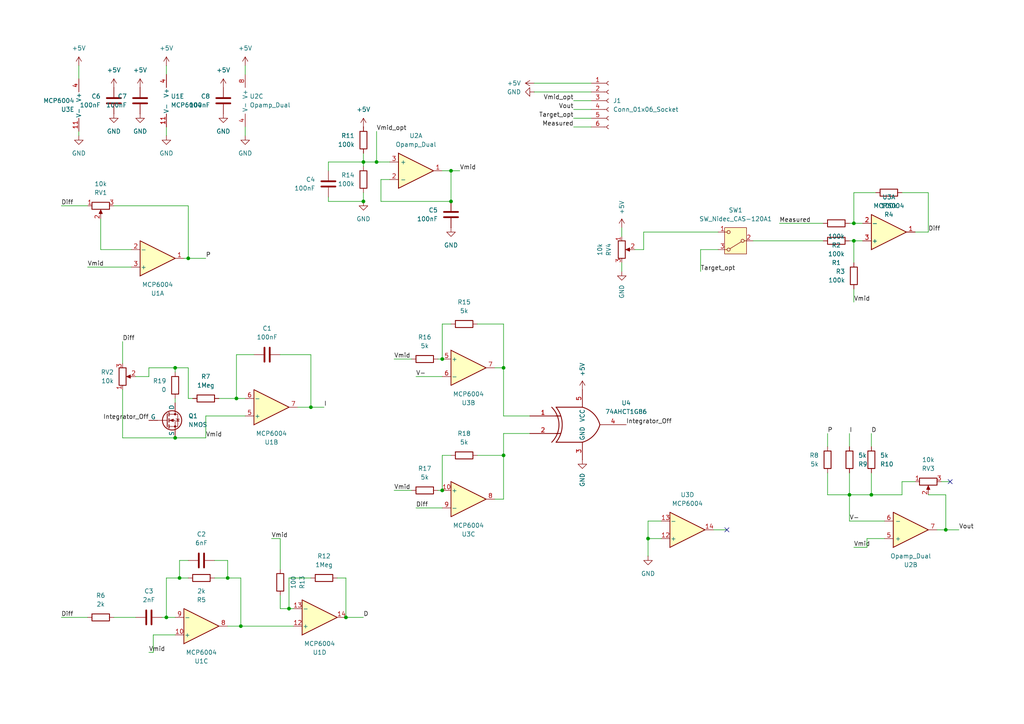
<source format=kicad_sch>
(kicad_sch (version 20231120) (generator "eeschema") (generator_version "8.0")
  (paper "A4")
  (lib_symbols
    (symbol "74xGxx:74AHCT1G86"
      (property "Reference" "U" (at -2.54 3.81 0))
      (property "Value" "74AHCT1G86" (at 0 -3.81 0))
      (symbol "74AHCT1G86_0_1"
        (arc (start -8.89 -5.08) (mid -6.7858 0) (end -8.89 5.08) (stroke (width 0.254)))
        (arc (start -7.62 -5.08) (mid -5.838 0) (end -7.62 5.08) (stroke (width 0.254)))
        (arc (start 0 -5.08) (mid 3.1986 -3.2054) (end 5.08 0) (stroke (width 0.254)))
        (polyline (pts (xy -7.62 -2.54) (xy -6.35 -2.54)) (stroke (width 0.254)) (fill (type background)))
        (polyline (pts (xy -7.62 2.54) (xy -6.35 2.54)) (stroke (width 0.254)) (fill (type background)))
        (polyline (pts (xy 0 -5.08) (xy -7.62 -5.08)) (stroke (width 0.254)) (fill (type background)))
        (polyline (pts (xy 0 5.08) (xy -7.62 5.08)) (stroke (width 0.254)) (fill (type background)))
        (arc (start 5.08 0) (mid 3.2238 3.2304) (end 0 5.08) (stroke (width 0.254)))
      )
      (symbol "74AHCT1G86_1_1"
        (pin input line (at -15.24 2.54 0) (length 7.62) (name "~") (number "1"))
        (pin input line (at -15.24 -2.54 0) (length 7.62) (name "~") (number "2"))
        (pin power_in line (at 0 -10.16 90) (length 5.08) (name "GND") (number "3"))
        (pin output line (at 12.7 0 180) (length 7.62) (name "~") (number "4"))
        (pin power_in line (at 0 10.16 270) (length 5.08) (name "VCC") (number "5"))
      )
    )
    (symbol "Amplifier_Operational:MCP6004" (pin_names (offset 0.127))
      (property "Reference" "U" (at 0 5.08 0))
      (property "Value" "MCP6004" (at 0 -5.08 0))
      (symbol "MCP6004_1_1"
        (polyline (pts (xy -5.08 5.08) (xy 5.08 0) (xy -5.08 -5.08) (xy -5.08 5.08)) (stroke (width 0.254)) (fill (type background)))
        (pin output line (at 7.62 0 180) (length 2.54) (name "~") (number "1"))
        (pin input line (at -7.62 -2.54 0) (length 2.54) (name "-") (number "2"))
        (pin input line (at -7.62 2.54 0) (length 2.54) (name "+") (number "3"))
      )
      (symbol "MCP6004_2_1"
        (polyline (pts (xy -5.08 5.08) (xy 5.08 0) (xy -5.08 -5.08) (xy -5.08 5.08)) (stroke (width 0.254)) (fill (type background)))
        (pin input line (at -7.62 2.54 0) (length 2.54) (name "+") (number "5"))
        (pin input line (at -7.62 -2.54 0) (length 2.54) (name "-") (number "6"))
        (pin output line (at 7.62 0 180) (length 2.54) (name "~") (number "7"))
      )
      (symbol "MCP6004_3_1"
        (polyline (pts (xy -5.08 5.08) (xy 5.08 0) (xy -5.08 -5.08) (xy -5.08 5.08)) (stroke (width 0.254)) (fill (type background)))
        (pin input line (at -7.62 2.54 0) (length 2.54) (name "+") (number "10"))
        (pin output line (at 7.62 0 180) (length 2.54) (name "~") (number "8"))
        (pin input line (at -7.62 -2.54 0) (length 2.54) (name "-") (number "9"))
      )
      (symbol "MCP6004_4_1"
        (polyline (pts (xy -5.08 5.08) (xy 5.08 0) (xy -5.08 -5.08) (xy -5.08 5.08)) (stroke (width 0.254)) (fill (type background)))
        (pin input line (at -7.62 2.54 0) (length 2.54) (name "+") (number "12"))
        (pin input line (at -7.62 -2.54 0) (length 2.54) (name "-") (number "13"))
        (pin output line (at 7.62 0 180) (length 2.54) (name "~") (number "14"))
      )
      (symbol "MCP6004_5_1"
        (pin power_in line (at -2.54 -7.62 90) (length 3.81) (name "V-") (number "11"))
        (pin power_in line (at -2.54 7.62 270) (length 3.81) (name "V+") (number "4"))
      )
    )
    (symbol "Connector:Conn_01x06_Socket" (pin_names (offset 1.016) hide)
      (property "Reference" "J" (at 0 7.62 0))
      (property "Value" "Conn_01x06_Socket" (at 0 -10.16 0))
      (symbol "Conn_01x06_Socket_1_1"
        (arc (start 0 -7.112) (mid -0.5058 -7.62) (end 0 -8.128) (stroke (width 0.1524)))
        (arc (start 0 -4.572) (mid -0.5058 -5.08) (end 0 -5.588) (stroke (width 0.1524)))
        (arc (start 0 -2.032) (mid -0.5058 -2.54) (end 0 -3.048) (stroke (width 0.1524)))
        (polyline (pts (xy -1.27 -7.62) (xy -0.508 -7.62)) (stroke (width 0.1524)))
        (polyline (pts (xy -1.27 -5.08) (xy -0.508 -5.08)) (stroke (width 0.1524)))
        (polyline (pts (xy -1.27 -2.54) (xy -0.508 -2.54)) (stroke (width 0.1524)))
        (polyline (pts (xy -1.27 0) (xy -0.508 0)) (stroke (width 0.1524)))
        (polyline (pts (xy -1.27 2.54) (xy -0.508 2.54)) (stroke (width 0.1524)))
        (polyline (pts (xy -1.27 5.08) (xy -0.508 5.08)) (stroke (width 0.1524)))
        (arc (start 0 0.508) (mid -0.5058 0) (end 0 -0.508) (stroke (width 0.1524)))
        (arc (start 0 3.048) (mid -0.5058 2.54) (end 0 2.032) (stroke (width 0.1524)))
        (arc (start 0 5.588) (mid -0.5058 5.08) (end 0 4.572) (stroke (width 0.1524)))
        (pin passive line (at -5.08 5.08 0) (length 3.81) (name "Pin_1") (number "1"))
        (pin passive line (at -5.08 2.54 0) (length 3.81) (name "Pin_2") (number "2"))
        (pin passive line (at -5.08 0 0) (length 3.81) (name "Pin_3") (number "3"))
        (pin passive line (at -5.08 -2.54 0) (length 3.81) (name "Pin_4") (number "4"))
        (pin passive line (at -5.08 -5.08 0) (length 3.81) (name "Pin_5") (number "5"))
        (pin passive line (at -5.08 -7.62 0) (length 3.81) (name "Pin_6") (number "6"))
      )
    )
    (symbol "Device:C" (pin_numbers hide) (pin_names (offset 0.254))
      (property "Reference" "C" (at 0.635 2.54 0))
      (property "Value" "C" (at 0.635 -2.54 0))
      (symbol "C_0_1"
        (polyline (pts (xy -2.032 -0.762) (xy 2.032 -0.762)) (stroke (width 0.508)))
        (polyline (pts (xy -2.032 0.762) (xy 2.032 0.762)) (stroke (width 0.508)))
      )
      (symbol "C_1_1"
        (pin passive line (at 0 3.81 270) (length 2.794) (name "~") (number "1"))
        (pin passive line (at 0 -3.81 90) (length 2.794) (name "~") (number "2"))
      )
    )
    (symbol "Device:Opamp_Dual"
      (property "Reference" "U" (at 0 5.08 0))
      (property "Value" "Opamp_Dual" (at 0 -5.08 0))
      (symbol "Opamp_Dual_1_1"
        (polyline (pts (xy -5.08 5.08) (xy 5.08 0) (xy -5.08 -5.08) (xy -5.08 5.08)) (stroke (width 0.254)) (fill (type background)))
        (pin output line (at 7.62 0 180) (length 2.54) (name "~") (number "1"))
        (pin input line (at -7.62 -2.54 0) (length 2.54) (name "-") (number "2"))
        (pin input line (at -7.62 2.54 0) (length 2.54) (name "+") (number "3"))
      )
      (symbol "Opamp_Dual_2_1"
        (polyline (pts (xy -5.08 5.08) (xy 5.08 0) (xy -5.08 -5.08) (xy -5.08 5.08)) (stroke (width 0.254)) (fill (type background)))
        (pin input line (at -7.62 2.54 0) (length 2.54) (name "+") (number "5"))
        (pin input line (at -7.62 -2.54 0) (length 2.54) (name "-") (number "6"))
        (pin output line (at 7.62 0 180) (length 2.54) (name "~") (number "7"))
      )
      (symbol "Opamp_Dual_3_1"
        (pin power_in line (at -2.54 -7.62 90) (length 3.81) (name "V-") (number "4"))
        (pin power_in line (at -2.54 7.62 270) (length 3.81) (name "V+") (number "8"))
      )
    )
    (symbol "Device:R" (pin_numbers hide) (pin_names (offset 0))
      (property "Reference" "R" (at 2.032 0 90))
      (property "Value" "R" (at 0 0 90))
      (symbol "R_0_1"
        (rectangle (start -1.016 -2.54) (end 1.016 2.54) (stroke (width 0.254)))
      )
      (symbol "R_1_1"
        (pin passive line (at 0 3.81 270) (length 1.27) (name "~") (number "1"))
        (pin passive line (at 0 -3.81 90) (length 1.27) (name "~") (number "2"))
      )
    )
    (symbol "Device:R_Potentiometer" (pin_names (offset 1.016) hide)
      (property "Reference" "RV" (at -4.445 0 90))
      (property "Value" "R_Potentiometer" (at -2.54 0 90))
      (symbol "R_Potentiometer_0_1"
        (polyline (pts (xy 2.54 0) (xy 1.524 0)))
        (polyline (pts (xy 1.143 0) (xy 2.286 0.508) (xy 2.286 -0.508) (xy 1.143 0)) (fill (type outline)))
        (rectangle (start 1.016 2.54) (end -1.016 -2.54) (stroke (width 0.254)))
      )
      (symbol "R_Potentiometer_1_1"
        (pin passive line (at 0 3.81 270) (length 1.27) (name "1") (number "1"))
        (pin passive line (at 3.81 0 180) (length 1.27) (name "2") (number "2"))
        (pin passive line (at 0 -3.81 90) (length 1.27) (name "3") (number "3"))
      )
    )
    (symbol "Simulation_SPICE:NMOS" (pin_numbers hide) (pin_names (offset 0))
      (property "Reference" "Q" (at 5.08 1.27 0))
      (property "Value" "NMOS" (at 5.08 -1.27 0))
      (symbol "NMOS_0_1"
        (polyline (pts (xy 0.254 0) (xy -2.54 0)))
        (polyline (pts (xy 0.254 1.905) (xy 0.254 -1.905)) (stroke (width 0.254)))
        (polyline (pts (xy 0.762 -1.27) (xy 0.762 -2.286)) (stroke (width 0.254)))
        (polyline (pts (xy 0.762 0.508) (xy 0.762 -0.508)) (stroke (width 0.254)))
        (polyline (pts (xy 0.762 2.286) (xy 0.762 1.27)) (stroke (width 0.254)))
        (polyline (pts (xy 2.54 2.54) (xy 2.54 1.778)))
        (polyline (pts (xy 2.54 -2.54) (xy 2.54 0) (xy 0.762 0)))
        (polyline (pts (xy 0.762 -1.778) (xy 3.302 -1.778) (xy 3.302 1.778) (xy 0.762 1.778)))
        (polyline (pts (xy 1.016 0) (xy 2.032 0.381) (xy 2.032 -0.381) (xy 1.016 0)) (fill (type outline)))
        (polyline (pts (xy 2.794 0.508) (xy 2.921 0.381) (xy 3.683 0.381) (xy 3.81 0.254)))
        (polyline (pts (xy 3.302 0.381) (xy 2.921 -0.254) (xy 3.683 -0.254) (xy 3.302 0.381)))
        (circle (center 1.651 0) (radius 2.794) (stroke (width 0.254)))
        (circle (center 2.54 -1.778) (radius 0.254) (fill (type outline)))
        (circle (center 2.54 1.778) (radius 0.254) (fill (type outline)))
      )
      (symbol "NMOS_1_1"
        (pin passive line (at 2.54 5.08 270) (length 2.54) (name "D") (number "1"))
        (pin input line (at -5.08 0 0) (length 2.54) (name "G") (number "2"))
        (pin passive line (at 2.54 -5.08 90) (length 2.54) (name "S") (number "3"))
      )
    )
    (symbol "Switch:SW_Nidec_CAS-120A1" (pin_names (offset 1) hide)
      (property "Reference" "SW" (at 0 4.318 0))
      (property "Value" "SW_Nidec_CAS-120A1" (at 0 -5.08 0))
      (symbol "SW_Nidec_CAS-120A1_0_1"
        (circle (center -2.032 0) (radius 0.4572))
        (polyline (pts (xy -1.651 0.254) (xy 1.651 2.286)))
        (circle (center 2.032 -2.54) (radius 0.4572))
        (circle (center 2.032 2.54) (radius 0.4572))
      )
      (symbol "SW_Nidec_CAS-120A1_1_1"
        (rectangle (start -3.175 3.81) (end 3.175 -3.81) (fill (type background)))
        (pin passive line (at 5.08 -2.54 180) (length 2.54) (name "C") (number "1"))
        (pin passive line (at -5.08 0 0) (length 2.54) (name "B") (number "2"))
        (pin passive line (at 5.08 2.54 180) (length 2.54) (name "A") (number "3"))
      )
    )
    (symbol "power:+5V" (power) (pin_numbers hide) (pin_names (offset 0) hide)
      (property "Value" "+5V" (at 0 3.556 0))
      (symbol "+5V_0_1"
        (polyline (pts (xy -0.762 1.27) (xy 0 2.54)))
        (polyline (pts (xy 0 0) (xy 0 2.54)))
        (polyline (pts (xy 0 2.54) (xy 0.762 1.27)))
      )
      (symbol "+5V_1_1"
        (pin power_in line (at 0 0 90) (length 0) (name "~") (number "1"))
      )
    )
    (symbol "power:GND" (power) (pin_numbers hide) (pin_names (offset 0) hide)
      (property "Value" "GND" (at 0 -3.81 0))
      (symbol "GND_0_1"
        (polyline (pts (xy 0 0) (xy 0 -1.27) (xy 1.27 -1.27) (xy 0 -2.54) (xy -1.27 -1.27) (xy 0 -1.27)))
      )
      (symbol "GND_1_1"
        (pin power_in line (at 0 0 270) (length 0) (name "~") (number "1"))
      )
    )
  )
  (junction (at 252.73 143.51))
  (junction (at 146.05 132.08))
  (junction (at 247.65 69.85))
  (junction (at 130.81 58.42))
  (junction (at 246.38 143.51))
  (junction (at 128.27 104.14))
  (junction (at 50.8 127))
  (junction (at 66.04 167.64))
  (junction (at 48.26 179.07))
  (junction (at 130.81 49.53))
  (junction (at 69.85 181.61))
  (junction (at 105.41 46.99))
  (junction (at 187.96 156.21))
  (junction (at 50.8 106.68))
  (junction (at 274.32 153.67))
  (junction (at 146.05 106.68))
  (junction (at 68.58 115.57))
  (junction (at 90.17 118.11))
  (junction (at 83.82 176.53))
  (junction (at 109.22 46.99))
  (junction (at 128.27 142.24))
  (junction (at 100.33 179.07))
  (junction (at 54.61 74.93))
  (junction (at 105.41 58.42))
  (junction (at 52.07 167.64))
  (junction (at 247.65 64.77))
  (no_connect (at 210.82 153.67))
  (no_connect (at 275.59 139.7))
  (wire (pts (xy 69.85 167.64) (xy 69.85 181.61)))
  (wire (pts (xy 203.2 72.39) (xy 203.2 78.74)))
  (wire (pts (xy 35.56 127) (xy 50.8 127)))
  (wire (pts (xy 71.12 19.05) (xy 71.12 21.59)))
  (wire (pts (xy 66.04 162.56) (xy 66.04 167.64)))
  (wire (pts (xy 273.05 139.7) (xy 275.59 139.7)))
  (wire (pts (xy 43.18 106.68) (xy 50.8 106.68)))
  (wire (pts (xy 33.02 179.07) (xy 39.37 179.07)))
  (wire (pts (xy 95.25 57.15) (xy 95.25 58.42)))
  (wire (pts (xy 100.33 179.07) (xy 105.41 179.07)))
  (wire (pts (xy 83.82 176.53) (xy 83.82 167.64)))
  (wire (pts (xy 187.96 156.21) (xy 191.77 156.21)))
  (wire (pts (xy 180.34 76.2) (xy 180.34 78.74)))
  (wire (pts (xy 180.34 66.04) (xy 180.34 68.58)))
  (wire (pts (xy 274.32 153.67) (xy 278.13 153.67)))
  (wire (pts (xy 44.45 184.15) (xy 44.45 189.23)))
  (wire (pts (xy 252.73 143.51) (xy 261.62 143.51)))
  (wire (pts (xy 130.81 49.53) (xy 133.35 49.53)))
  (wire (pts (xy 95.25 46.99) (xy 105.41 46.99)))
  (wire (pts (xy 114.3 104.14) (xy 119.38 104.14)))
  (wire (pts (xy 166.37 34.29) (xy 171.45 34.29)))
  (wire (pts (xy 59.69 127) (xy 59.69 120.65)))
  (wire (pts (xy 39.37 109.22) (xy 43.18 109.22)))
  (wire (pts (xy 50.8 106.68) (xy 50.8 107.95)))
  (wire (pts (xy 128.27 49.53) (xy 130.81 49.53)))
  (wire (pts (xy 25.4 77.47) (xy 38.1 77.47)))
  (wire (pts (xy 261.62 139.7) (xy 261.62 143.51)))
  (wire (pts (xy 81.28 165.1) (xy 81.28 156.21)))
  (wire (pts (xy 22.86 38.1) (xy 22.86 39.37)))
  (wire (pts (xy 48.26 36.83) (xy 48.26 39.37)))
  (wire (pts (xy 63.5 115.57) (xy 68.58 115.57)))
  (wire (pts (xy 274.32 143.51) (xy 274.32 153.67)))
  (wire (pts (xy 66.04 167.64) (xy 69.85 167.64)))
  (wire (pts (xy 109.22 46.99) (xy 113.03 46.99)))
  (wire (pts (xy 138.43 132.08) (xy 146.05 132.08)))
  (wire (pts (xy 146.05 120.65) (xy 153.67 120.65)))
  (wire (pts (xy 105.41 46.99) (xy 105.41 48.26)))
  (wire (pts (xy 90.17 118.11) (xy 86.36 118.11)))
  (wire (pts (xy 184.15 72.39) (xy 186.69 72.39)))
  (wire (pts (xy 271.78 153.67) (xy 274.32 153.67)))
  (wire (pts (xy 68.58 115.57) (xy 68.58 102.87)))
  (wire (pts (xy 256.54 156.21) (xy 251.46 156.21)))
  (wire (pts (xy 69.85 181.61) (xy 85.09 181.61)))
  (wire (pts (xy 186.69 67.31) (xy 186.69 72.39)))
  (wire (pts (xy 226.06 64.77) (xy 238.76 64.77)))
  (wire (pts (xy 62.23 167.64) (xy 66.04 167.64)))
  (wire (pts (xy 247.65 87.63) (xy 247.65 83.82)))
  (wire (pts (xy 113.03 52.07) (xy 110.49 52.07)))
  (wire (pts (xy 154.94 24.13) (xy 171.45 24.13)))
  (wire (pts (xy 48.26 19.05) (xy 48.26 21.59)))
  (wire (pts (xy 54.61 74.93) (xy 59.69 74.93)))
  (wire (pts (xy 43.18 109.22) (xy 43.18 106.68)))
  (wire (pts (xy 240.03 137.16) (xy 240.03 143.51)))
  (wire (pts (xy 71.12 36.83) (xy 71.12 39.37)))
  (wire (pts (xy 247.65 69.85) (xy 250.19 69.85)))
  (wire (pts (xy 128.27 93.98) (xy 130.81 93.98)))
  (wire (pts (xy 208.28 67.31) (xy 186.69 67.31)))
  (wire (pts (xy 128.27 142.24) (xy 128.27 132.08)))
  (wire (pts (xy 240.03 125.73) (xy 240.03 129.54)))
  (wire (pts (xy 66.04 181.61) (xy 69.85 181.61)))
  (wire (pts (xy 81.28 102.87) (xy 90.17 102.87)))
  (wire (pts (xy 128.27 132.08) (xy 130.81 132.08)))
  (wire (pts (xy 62.23 162.56) (xy 66.04 162.56)))
  (wire (pts (xy 54.61 106.68) (xy 54.61 115.57)))
  (wire (pts (xy 246.38 151.13) (xy 256.54 151.13)))
  (wire (pts (xy 269.24 143.51) (xy 274.32 143.51)))
  (wire (pts (xy 68.58 115.57) (xy 71.12 115.57)))
  (wire (pts (xy 59.69 120.65) (xy 71.12 120.65)))
  (wire (pts (xy 52.07 162.56) (xy 54.61 162.56)))
  (wire (pts (xy 81.28 176.53) (xy 81.28 172.72)))
  (wire (pts (xy 218.44 69.85) (xy 238.76 69.85)))
  (wire (pts (xy 50.8 115.57) (xy 50.8 116.84)))
  (wire (pts (xy 29.21 63.5) (xy 29.21 72.39)))
  (wire (pts (xy 146.05 125.73) (xy 153.67 125.73)))
  (wire (pts (xy 146.05 106.68) (xy 146.05 120.65)))
  (wire (pts (xy 83.82 167.64) (xy 90.17 167.64)))
  (wire (pts (xy 110.49 58.42) (xy 130.81 58.42)))
  (wire (pts (xy 127 142.24) (xy 128.27 142.24)))
  (wire (pts (xy 247.65 64.77) (xy 247.65 55.88)))
  (wire (pts (xy 166.37 29.21) (xy 171.45 29.21)))
  (wire (pts (xy 240.03 143.51) (xy 246.38 143.51)))
  (wire (pts (xy 269.24 67.31) (xy 265.43 67.31)))
  (wire (pts (xy 114.3 142.24) (xy 119.38 142.24)))
  (wire (pts (xy 247.65 64.77) (xy 250.19 64.77)))
  (wire (pts (xy 187.96 161.29) (xy 187.96 156.21)))
  (wire (pts (xy 146.05 93.98) (xy 146.05 106.68)))
  (wire (pts (xy 130.81 58.42) (xy 130.81 49.53)))
  (wire (pts (xy 187.96 151.13) (xy 191.77 151.13)))
  (wire (pts (xy 246.38 125.73) (xy 246.38 129.54)))
  (wire (pts (xy 154.94 26.67) (xy 171.45 26.67)))
  (wire (pts (xy 203.2 72.39) (xy 208.28 72.39)))
  (wire (pts (xy 54.61 59.69) (xy 54.61 74.93)))
  (wire (pts (xy 265.43 139.7) (xy 261.62 139.7)))
  (wire (pts (xy 29.21 72.39) (xy 38.1 72.39)))
  (wire (pts (xy 95.25 46.99) (xy 95.25 49.53)))
  (wire (pts (xy 127 104.14) (xy 128.27 104.14)))
  (wire (pts (xy 138.43 93.98) (xy 146.05 93.98)))
  (wire (pts (xy 246.38 64.77) (xy 247.65 64.77)))
  (wire (pts (xy 207.01 153.67) (xy 210.82 153.67)))
  (wire (pts (xy 50.8 184.15) (xy 44.45 184.15)))
  (wire (pts (xy 252.73 137.16) (xy 252.73 143.51)))
  (wire (pts (xy 246.38 143.51) (xy 252.73 143.51)))
  (wire (pts (xy 247.65 55.88) (xy 254 55.88)))
  (wire (pts (xy 120.65 109.22) (xy 128.27 109.22)))
  (wire (pts (xy 53.34 74.93) (xy 54.61 74.93)))
  (wire (pts (xy 50.8 127) (xy 59.69 127)))
  (wire (pts (xy 143.51 144.78) (xy 146.05 144.78)))
  (wire (pts (xy 128.27 104.14) (xy 128.27 93.98)))
  (wire (pts (xy 54.61 115.57) (xy 55.88 115.57)))
  (wire (pts (xy 81.28 156.21) (xy 78.74 156.21)))
  (wire (pts (xy 35.56 99.06) (xy 35.56 105.41)))
  (wire (pts (xy 90.17 118.11) (xy 93.98 118.11)))
  (wire (pts (xy 252.73 125.73) (xy 252.73 129.54)))
  (wire (pts (xy 52.07 167.64) (xy 52.07 162.56)))
  (wire (pts (xy 46.99 179.07) (xy 48.26 179.07)))
  (wire (pts (xy 33.02 59.69) (xy 54.61 59.69)))
  (wire (pts (xy 35.56 113.03) (xy 35.56 127)))
  (wire (pts (xy 146.05 132.08) (xy 146.05 125.73)))
  (wire (pts (xy 105.41 55.88) (xy 105.41 58.42)))
  (wire (pts (xy 48.26 179.07) (xy 50.8 179.07)))
  (wire (pts (xy 246.38 69.85) (xy 247.65 69.85)))
  (wire (pts (xy 246.38 143.51) (xy 246.38 151.13)))
  (wire (pts (xy 120.65 147.32) (xy 128.27 147.32)))
  (wire (pts (xy 247.65 158.75) (xy 251.46 158.75)))
  (wire (pts (xy 105.41 46.99) (xy 109.22 46.99)))
  (wire (pts (xy 166.37 36.83) (xy 171.45 36.83)))
  (wire (pts (xy 52.07 167.64) (xy 54.61 167.64)))
  (wire (pts (xy 187.96 156.21) (xy 187.96 151.13)))
  (wire (pts (xy 166.37 31.75) (xy 171.45 31.75)))
  (wire (pts (xy 17.78 59.69) (xy 25.4 59.69)))
  (wire (pts (xy 83.82 176.53) (xy 81.28 176.53)))
  (wire (pts (xy 143.51 106.68) (xy 146.05 106.68)))
  (wire (pts (xy 48.26 179.07) (xy 48.26 167.64)))
  (wire (pts (xy 95.25 58.42) (xy 105.41 58.42)))
  (wire (pts (xy 97.79 167.64) (xy 100.33 167.64)))
  (wire (pts (xy 269.24 55.88) (xy 269.24 67.31)))
  (wire (pts (xy 48.26 167.64) (xy 52.07 167.64)))
  (wire (pts (xy 251.46 156.21) (xy 251.46 158.75)))
  (wire (pts (xy 90.17 102.87) (xy 90.17 118.11)))
  (wire (pts (xy 110.49 52.07) (xy 110.49 58.42)))
  (wire (pts (xy 105.41 44.45) (xy 105.41 46.99)))
  (wire (pts (xy 17.78 179.07) (xy 25.4 179.07)))
  (wire (pts (xy 247.65 76.2) (xy 247.65 69.85)))
  (wire (pts (xy 246.38 137.16) (xy 246.38 143.51)))
  (wire (pts (xy 85.09 176.53) (xy 83.82 176.53)))
  (wire (pts (xy 43.18 189.23) (xy 44.45 189.23)))
  (wire (pts (xy 100.33 167.64) (xy 100.33 179.07)))
  (wire (pts (xy 68.58 102.87) (xy 73.66 102.87)))
  (wire (pts (xy 109.22 38.1) (xy 109.22 46.99)))
  (wire (pts (xy 261.62 55.88) (xy 269.24 55.88)))
  (wire (pts (xy 146.05 132.08) (xy 146.05 144.78)))
  (wire (pts (xy 50.8 106.68) (xy 54.61 106.68)))
  (wire (pts (xy 22.86 19.05) (xy 22.86 22.86)))
  (label "Vmid_opt" (at 109.22 38.1 0))
  (label "Diff" (at 120.65 147.32 0))
  (label "Vmid" (at 114.3 142.24 0))
  (label "Diff" (at 17.78 59.69 0))
  (label "I" (at 93.98 118.11 0))
  (label "Diff" (at 35.56 99.06 0))
  (label "Vmid" (at 78.74 156.21 0))
  (label "D" (at 105.41 179.07 0))
  (label "D" (at 252.73 125.73 0))
  (label "Measured" (at 226.06 64.77 0))
  (label "Target_opt" (at 166.37 34.29 180))
  (label "Vout" (at 278.13 153.67 0))
  (label "Diff" (at 17.78 179.07 0))
  (label "Vmid" (at 247.65 158.75 0))
  (label "Vmid" (at 43.18 189.23 0))
  (label "Vmid" (at 25.4 77.47 0))
  (label "Vout" (at 166.37 31.75 180))
  (label "Target_opt" (at 203.2 78.74 0))
  (label "I" (at 246.38 125.73 0))
  (label "Measured" (at 166.37 36.83 180))
  (label "P" (at 240.03 125.73 0))
  (label "Vmid" (at 133.35 49.53 0))
  (label "Integrator_Off" (at 181.61 123.19 0))
  (label "Vmid" (at 114.3 104.14 0))
  (label "V-" (at 120.65 109.22 0))
  (label "Vmid_opt" (at 166.37 29.21 180))
  (label "Integrator_Off" (at 43.18 121.92 180))
  (label "Vmid" (at 247.65 87.63 0))
  (label "V-" (at 246.38 151.13 0))
  (label "Diff" (at 269.24 67.31 0))
  (label "Vmid" (at 59.69 127 0))
  (label "P" (at 59.69 74.93 0))
  (symbol (lib_id "Connector:Conn_01x06_Socket") (at 176.53 29.21 0) (unit 1)
    (property "Reference" "J1" (at 177.8 29.2099 0) (effects (justify left)))
    (property "Value" "Conn_01x06_Socket" (at 177.8 31.7499 0) (effects (justify left)))
    (property "Description" "Generic connector, single row, 01x06, script generated" (effects (hide yes)))
  )
  (symbol (lib_id "Device:R_Potentiometer") (at 29.21 59.69 90) (mirror x) (unit 1)
    (property "Reference" "RV1" (at 29.21 55.88 90))
    (property "Value" "10k" (at 29.21 53.34 90))
    (property "Description" "Potentiometer" (effects (hide yes)))
  )
  (symbol (lib_id "Device:R") (at 123.19 142.24 90) (mirror x) (unit 1)
    (property "Reference" "R17" (at 123.19 135.89 90))
    (property "Value" "5k" (at 123.19 138.43 90))
    (property "Description" "Resistor" (effects (hide yes)))
  )
  (symbol (lib_id "Device:R") (at 105.41 52.07 0) (mirror x) (unit 1)
    (property "Reference" "R14" (at 102.87 50.7999 0) (effects (justify right)))
    (property "Value" "100k" (at 102.87 53.3399 0) (effects (justify right)))
    (property "Description" "Resistor" (effects (hide yes)))
  )
  (symbol (lib_id "power:GND") (at 187.96 161.29 0) (unit 1)
    (property "Reference" "#PWR016" (effects (hide yes)))
    (property "Value" "GND" (at 187.96 166.37 0))
    (property "Description" "Power symbol creates a global label with name \"GND\" , ground" (effects (hide yes)))
  )
  (symbol (lib_id "power:+5V") (at 105.41 36.83 0) (unit 1)
    (property "Reference" "#PWR07" (effects (hide yes)))
    (property "Value" "+5V" (at 105.41 31.75 0))
    (property "Description" "Power symbol creates a global label with name \"+5V\"" (effects (hide yes)))
  )
  (symbol (lib_id "Device:R") (at 242.57 64.77 90) (mirror x) (unit 1)
    (property "Reference" "R2" (at 242.57 71.12 90))
    (property "Value" "100k" (at 242.57 68.58 90))
    (property "Description" "Resistor" (effects (hide yes)))
  )
  (symbol (lib_id "Device:R") (at 29.21 179.07 90) (mirror x) (unit 1)
    (property "Reference" "R6" (at 29.21 172.72 90))
    (property "Value" "2k" (at 29.21 175.26 90))
    (property "Description" "Resistor" (effects (hide yes)))
  )
  (symbol (lib_id "Device:R_Potentiometer") (at 180.34 72.39 0) (unit 1)
    (property "Reference" "RV4" (at 176.53 72.39 90))
    (property "Value" "10k" (at 173.99 72.39 90))
    (property "Description" "Potentiometer" (effects (hide yes)))
  )
  (symbol (lib_id "Device:Opamp_Dual") (at 264.16 153.67 0) (mirror x) (unit 2)
    (property "Reference" "U2" (at 264.16 163.83 0))
    (property "Value" "Opamp_Dual" (at 264.16 161.29 0))
    (property "Footprint" "Package_SO:SOIC-8_3.9x4.9mm_P1.27mm" (effects (hide yes)))
    (property "Description" "Dual operational amplifier" (effects (hide yes)))
    (property "Sim.Library" "${KICAD7_SYMBOL_DIR}/Simulation_SPICE.sp" (effects (hide yes)))
    (property "Sim.Name" "kicad_builtin_opamp_dual" (effects (hide yes)))
    (property "Sim.Device" "SUBCKT" (effects (hide yes)))
    (property "Sim.Pins" "1=out1 2=in1- 3=in1+ 4=vee 5=in2+ 6=in2- 7=out2 8=vcc" (effects (hide yes)))
  )
  (symbol (lib_id "Amplifier_Operational:MCP6004") (at 92.71 179.07 0) (mirror x) (unit 4)
    (property "Reference" "U1" (at 92.71 189.23 0))
    (property "Value" "MCP6004" (at 92.71 186.69 0))
    (property "Datasheet" "http://ww1.microchip.com/downloads/en/DeviceDoc/21733j.pdf" (effects (hide yes)))
    (property "Description" "1MHz, Low-Power Op Amp, DIP-14/SOIC-14/TSSOP-14" (effects (hide yes)))
  )
  (symbol (lib_id "power:+5V") (at 64.77 25.4 0) (unit 1)
    (property "Reference" "#PWR019" (effects (hide yes)))
    (property "Value" "+5V" (at 64.77 20.32 0))
    (property "Description" "Power symbol creates a global label with name \"+5V\"" (effects (hide yes)))
  )
  (symbol (lib_id "power:GND") (at 71.12 39.37 0) (unit 1)
    (property "Reference" "#PWR02" (effects (hide yes)))
    (property "Value" "GND" (at 71.12 44.45 0))
    (property "Description" "Power symbol creates a global label with name \"GND\" , ground" (effects (hide yes)))
  )
  (symbol (lib_id "Device:R") (at 93.98 167.64 270) (mirror x) (unit 1)
    (property "Reference" "R12" (at 93.98 161.29 90))
    (property "Value" "1Meg" (at 93.98 163.83 90))
    (property "Description" "Resistor" (effects (hide yes)))
  )
  (symbol (lib_id "Amplifier_Operational:MCP6004") (at 45.72 74.93 0) (mirror x) (unit 1)
    (property "Reference" "U1" (at 45.72 85.09 0))
    (property "Value" "MCP6004" (at 45.72 82.55 0))
    (property "Datasheet" "http://ww1.microchip.com/downloads/en/DeviceDoc/21733j.pdf" (effects (hide yes)))
    (property "Description" "1MHz, Low-Power Op Amp, DIP-14/SOIC-14/TSSOP-14" (effects (hide yes)))
  )
  (symbol (lib_id "Device:Opamp_Dual") (at 120.65 49.53 0) (unit 1)
    (property "Reference" "U2" (at 120.65 39.37 0))
    (property "Value" "Opamp_Dual" (at 120.65 41.91 0))
    (property "Footprint" "Package_SO:SOIC-8_3.9x4.9mm_P1.27mm" (effects (hide yes)))
    (property "Description" "Dual operational amplifier" (effects (hide yes)))
    (property "Sim.Library" "${KICAD7_SYMBOL_DIR}/Simulation_SPICE.sp" (effects (hide yes)))
    (property "Sim.Name" "kicad_builtin_opamp_dual" (effects (hide yes)))
    (property "Sim.Device" "SUBCKT" (effects (hide yes)))
    (property "Sim.Pins" "1=out1 2=in1- 3=in1+ 4=vee 5=in2+ 6=in2- 7=out2 8=vcc" (effects (hide yes)))
  )
  (symbol (lib_id "power:GND") (at 105.41 58.42 0) (unit 1)
    (property "Reference" "#PWR08" (effects (hide yes)))
    (property "Value" "GND" (at 105.41 63.5 0))
    (property "Description" "Power symbol creates a global label with name \"GND\" , ground" (effects (hide yes)))
  )
  (symbol (lib_id "Device:R") (at 246.38 133.35 0) (mirror y) (unit 1)
    (property "Reference" "R9" (at 248.92 134.6201 0) (effects (justify right)))
    (property "Value" "5k" (at 248.92 132.0801 0) (effects (justify right)))
    (property "Description" "Resistor" (effects (hide yes)))
  )
  (symbol (lib_id "power:GND") (at 40.64 33.02 0) (unit 1)
    (property "Reference" "#PWR021" (effects (hide yes)))
    (property "Value" "GND" (at 40.64 38.1 0))
    (property "Description" "Power symbol creates a global label with name \"GND\" , ground" (effects (hide yes)))
  )
  (symbol (lib_id "Amplifier_Operational:MCP6004") (at 25.4 30.48 0) (unit 5)
    (property "Reference" "U3" (at 21.59 31.7501 0) (effects (justify right)))
    (property "Value" "MCP6004" (at 21.59 29.2101 0) (effects (justify right)))
    (property "Footprint" "Package_DIP:DIP-14_W7.62mm" (effects (hide yes)))
    (property "Datasheet" "http://ww1.microchip.com/downloads/en/DeviceDoc/21733j.pdf" (effects (hide yes)))
    (property "Description" "1MHz, Low-Power Op Amp, DIP-14/SOIC-14/TSSOP-14" (effects (hide yes)))
  )
  (symbol (lib_id "Switch:SW_Nidec_CAS-120A1") (at 213.36 69.85 180) (unit 1)
    (property "Reference" "SW1" (at 213.36 60.96 0))
    (property "Value" "SW_Nidec_CAS-120A1" (at 213.36 63.5 0))
    (property "Footprint" "Button_Switch_SMD:Nidec_Copal_CAS-120A" (effects (hide yes)))
    (property "Datasheet" "https://www.nidec-components.com/e/catalog/switch/cas.pdf" (effects (hide yes)))
    (property "Description" "Switch, single pole double throw" (effects (hide yes)))
  )
  (symbol (lib_id "Device:R") (at 252.73 133.35 0) (mirror y) (unit 1)
    (property "Reference" "R10" (at 255.27 134.6201 0) (effects (justify right)))
    (property "Value" "5k" (at 255.27 132.0801 0) (effects (justify right)))
    (property "Description" "Resistor" (effects (hide yes)))
  )
  (symbol (lib_id "Amplifier_Operational:MCP6004") (at 78.74 118.11 0) (mirror x) (unit 2)
    (property "Reference" "U1" (at 78.74 128.27 0))
    (property "Value" "MCP6004" (at 78.74 125.73 0))
    (property "Datasheet" "http://ww1.microchip.com/downloads/en/DeviceDoc/21733j.pdf" (effects (hide yes)))
    (property "Description" "1MHz, Low-Power Op Amp, DIP-14/SOIC-14/TSSOP-14" (effects (hide yes)))
  )
  (symbol (lib_id "power:+5V") (at 33.02 25.4 0) (unit 1)
    (property "Reference" "#PWR017" (effects (hide yes)))
    (property "Value" "+5V" (at 33.02 20.32 0))
    (property "Description" "Power symbol creates a global label with name \"+5V\"" (effects (hide yes)))
  )
  (symbol (lib_id "Device:R_Potentiometer") (at 35.56 109.22 0) (mirror x) (unit 1)
    (property "Reference" "RV2" (at 33.02 107.9499 0) (effects (justify right)))
    (property "Value" "10k" (at 33.02 110.4899 0) (effects (justify right)))
    (property "Description" "Potentiometer" (effects (hide yes)))
  )
  (symbol (lib_id "Device:R") (at 134.62 132.08 90) (mirror x) (unit 1)
    (property "Reference" "R18" (at 134.62 125.73 90))
    (property "Value" "5k" (at 134.62 128.27 90))
    (property "Description" "Resistor" (effects (hide yes)))
  )
  (symbol (lib_id "Device:R") (at 134.62 93.98 90) (mirror x) (unit 1)
    (property "Reference" "R15" (at 134.62 87.63 90))
    (property "Value" "5k" (at 134.62 90.17 90))
    (property "Description" "Resistor" (effects (hide yes)))
  )
  (symbol (lib_id "Device:C") (at 43.18 179.07 90) (unit 1)
    (property "Reference" "C3" (at 43.18 171.45 90))
    (property "Value" "2nF" (at 43.18 173.99 90))
    (property "Description" "Unpolarized capacitor" (effects (hide yes)))
  )
  (symbol (lib_id "power:GND") (at 154.94 26.67 270) (unit 1)
    (property "Reference" "#PWR06" (effects (hide yes)))
    (property "Value" "GND" (at 151.13 26.6699 90) (effects (justify right)))
    (property "Description" "Power symbol creates a global label with name \"GND\" , ground" (effects (hide yes)))
  )
  (symbol (lib_id "Device:R") (at 247.65 80.01 0) (mirror x) (unit 1)
    (property "Reference" "R3" (at 245.11 78.7399 0) (effects (justify right)))
    (property "Value" "100k" (at 245.11 81.2799 0) (effects (justify right)))
    (property "Description" "Resistor" (effects (hide yes)))
  )
  (symbol (lib_id "74xGxx:74AHCT1G86") (at 168.91 123.19 0) (unit 1)
    (property "Reference" "U4" (at 181.61 116.8714 0))
    (property "Value" "74AHCT1G86" (at 181.61 119.4114 0))
    (property "Datasheet" "http://www.ti.com/lit/sg/scyt129e/scyt129e.pdf" (effects (hide yes)))
    (property "Description" "Single XOR Gate, Low-Voltage CMOS" (effects (hide yes)))
  )
  (symbol (lib_id "Device:C") (at 130.81 62.23 0) (mirror y) (unit 1)
    (property "Reference" "C5" (at 127 60.9599 0) (effects (justify left)))
    (property "Value" "100nF" (at 127 63.4999 0) (effects (justify left)))
    (property "Description" "Unpolarized capacitor" (effects (hide yes)))
  )
  (symbol (lib_id "power:GND") (at 33.02 33.02 0) (unit 1)
    (property "Reference" "#PWR022" (effects (hide yes)))
    (property "Value" "GND" (at 33.02 38.1 0))
    (property "Description" "Power symbol creates a global label with name \"GND\" , ground" (effects (hide yes)))
  )
  (symbol (lib_id "Amplifier_Operational:MCP6004") (at 257.81 67.31 0) (mirror x) (unit 1)
    (property "Reference" "U3" (at 257.81 57.15 0))
    (property "Value" "MCP6004" (at 257.81 59.69 0))
    (property "Footprint" "Package_DIP:DIP-14_W7.62mm" (effects (hide yes)))
    (property "Datasheet" "http://ww1.microchip.com/downloads/en/DeviceDoc/21733j.pdf" (effects (hide yes)))
    (property "Description" "1MHz, Low-Power Op Amp, DIP-14/SOIC-14/TSSOP-14" (effects (hide yes)))
  )
  (symbol (lib_id "power:GND") (at 48.26 39.37 0) (unit 1)
    (property "Reference" "#PWR01" (effects (hide yes)))
    (property "Value" "GND" (at 48.26 44.45 0))
    (property "Description" "Power symbol creates a global label with name \"GND\" , ground" (effects (hide yes)))
  )
  (symbol (lib_id "power:GND") (at 180.34 78.74 0) (mirror y) (unit 1)
    (property "Reference" "#PWR012" (effects (hide yes)))
    (property "Value" "GND" (at 180.3399 82.55 90) (effects (justify right)))
    (property "Description" "Power symbol creates a global label with name \"GND\" , ground" (effects (hide yes)))
  )
  (symbol (lib_id "Simulation_SPICE:NMOS") (at 48.26 121.92 0) (unit 1)
    (property "Reference" "Q1" (at 54.61 120.6499 0) (effects (justify left)))
    (property "Value" "NMOS" (at 54.61 123.1899 0) (effects (justify left)))
    (property "Datasheet" "https://ngspice.sourceforge.io/docs/ngspice-html-manual/manual.xhtml#cha_MOSFETs" (effects (hide yes)))
    (property "Description" "N-MOSFET transistor, drain/source/gate" (effects (hide yes)))
    (property "Sim.Device" "NMOS" (effects (hide yes)))
    (property "Sim.Type" "VDMOS" (effects (hide yes)))
    (property "Sim.Pins" "1=D 2=G 3=S" (effects (hide yes)))
  )
  (symbol (lib_id "Amplifier_Operational:MCP6004") (at 135.89 106.68 0) (unit 2)
    (property "Reference" "U3" (at 135.89 116.84 0))
    (property "Value" "MCP6004" (at 135.89 114.3 0))
    (property "Footprint" "Package_DIP:DIP-14_W7.62mm" (effects (hide yes)))
    (property "Datasheet" "http://ww1.microchip.com/downloads/en/DeviceDoc/21733j.pdf" (effects (hide yes)))
    (property "Description" "1MHz, Low-Power Op Amp, DIP-14/SOIC-14/TSSOP-14" (effects (hide yes)))
  )
  (symbol (lib_id "Device:C") (at 64.77 29.21 0) (mirror y) (unit 1)
    (property "Reference" "C8" (at 60.96 27.9399 0) (effects (justify left)))
    (property "Value" "100nF" (at 60.96 30.4799 0) (effects (justify left)))
    (property "Description" "Unpolarized capacitor" (effects (hide yes)))
  )
  (symbol (lib_id "power:GND") (at 168.91 133.35 0) (mirror y) (unit 1)
    (property "Reference" "#PWR013" (effects (hide yes)))
    (property "Value" "GND" (at 168.9099 137.16 90) (effects (justify right)))
    (property "Description" "Power symbol creates a global label with name \"GND\" , ground" (effects (hide yes)))
  )
  (symbol (lib_id "Amplifier_Operational:MCP6004") (at 135.89 144.78 0) (unit 3)
    (property "Reference" "U3" (at 135.89 154.94 0))
    (property "Value" "MCP6004" (at 135.89 152.4 0))
    (property "Footprint" "Package_DIP:DIP-14_W7.62mm" (effects (hide yes)))
    (property "Datasheet" "http://ww1.microchip.com/downloads/en/DeviceDoc/21733j.pdf" (effects (hide yes)))
    (property "Description" "1MHz, Low-Power Op Amp, DIP-14/SOIC-14/TSSOP-14" (effects (hide yes)))
  )
  (symbol (lib_id "Device:R") (at 105.41 40.64 0) (mirror x) (unit 1)
    (property "Reference" "R11" (at 102.87 39.3699 0) (effects (justify right)))
    (property "Value" "100k" (at 102.87 41.9099 0) (effects (justify right)))
    (property "Description" "Resistor" (effects (hide yes)))
  )
  (symbol (lib_id "Device:R") (at 81.28 168.91 180) (unit 1)
    (property "Reference" "R13" (at 87.63 168.91 90))
    (property "Value" "100" (at 85.09 168.91 90))
    (property "Description" "Resistor" (effects (hide yes)))
  )
  (symbol (lib_id "Amplifier_Operational:MCP6004") (at 199.39 153.67 0) (mirror x) (unit 4)
    (property "Reference" "U3" (at 199.39 143.51 0))
    (property "Value" "MCP6004" (at 199.39 146.05 0))
    (property "Footprint" "Package_DIP:DIP-14_W7.62mm" (effects (hide yes)))
    (property "Datasheet" "http://ww1.microchip.com/downloads/en/DeviceDoc/21733j.pdf" (effects (hide yes)))
    (property "Description" "1MHz, Low-Power Op Amp, DIP-14/SOIC-14/TSSOP-14" (effects (hide yes)))
  )
  (symbol (lib_id "Device:C") (at 77.47 102.87 90) (unit 1)
    (property "Reference" "C1" (at 77.47 95.25 90))
    (property "Value" "100nF" (at 77.47 97.79 90))
    (property "Description" "Unpolarized capacitor" (effects (hide yes)))
  )
  (symbol (lib_id "Device:R_Potentiometer") (at 269.24 139.7 90) (mirror x) (unit 1)
    (property "Reference" "RV3" (at 269.24 135.89 90))
    (property "Value" "10k" (at 269.24 133.35 90))
    (property "Description" "Potentiometer" (effects (hide yes)))
  )
  (symbol (lib_id "Device:C") (at 95.25 53.34 0) (mirror y) (unit 1)
    (property "Reference" "C4" (at 91.44 52.0699 0) (effects (justify left)))
    (property "Value" "100nF" (at 91.44 54.6099 0) (effects (justify left)))
    (property "Description" "Unpolarized capacitor" (effects (hide yes)))
  )
  (symbol (lib_id "power:GND") (at 130.81 66.04 0) (unit 1)
    (property "Reference" "#PWR015" (effects (hide yes)))
    (property "Value" "GND" (at 130.81 71.12 0))
    (property "Description" "Power symbol creates a global label with name \"GND\" , ground" (effects (hide yes)))
  )
  (symbol (lib_id "power:+5V") (at 71.12 19.05 0) (unit 1)
    (property "Reference" "#PWR05" (effects (hide yes)))
    (property "Value" "+5V" (at 71.12 13.97 0))
    (property "Description" "Power symbol creates a global label with name \"+5V\"" (effects (hide yes)))
  )
  (symbol (lib_id "power:+5V") (at 22.86 19.05 0) (unit 1)
    (property "Reference" "#PWR010" (effects (hide yes)))
    (property "Value" "+5V" (at 22.86 13.97 0))
    (property "Description" "Power symbol creates a global label with name \"+5V\"" (effects (hide yes)))
  )
  (symbol (lib_id "Device:C") (at 58.42 162.56 90) (unit 1)
    (property "Reference" "C2" (at 58.42 154.94 90))
    (property "Value" "6nF" (at 58.42 157.48 90))
    (property "Description" "Unpolarized capacitor" (effects (hide yes)))
  )
  (symbol (lib_id "power:+5V") (at 48.26 19.05 0) (unit 1)
    (property "Reference" "#PWR03" (effects (hide yes)))
    (property "Value" "+5V" (at 48.26 13.97 0))
    (property "Description" "Power symbol creates a global label with name \"+5V\"" (effects (hide yes)))
  )
  (symbol (lib_id "power:+5V") (at 180.34 66.04 0) (mirror y) (unit 1)
    (property "Reference" "#PWR011" (effects (hide yes)))
    (property "Value" "+5V" (at 180.3399 62.23 90) (effects (justify left)))
    (property "Description" "Power symbol creates a global label with name \"+5V\"" (effects (hide yes)))
  )
  (symbol (lib_id "Device:R") (at 242.57 69.85 90) (mirror x) (unit 1)
    (property "Reference" "R1" (at 242.57 76.2 90))
    (property "Value" "100k" (at 242.57 73.66 90))
    (property "Description" "Resistor" (effects (hide yes)))
  )
  (symbol (lib_id "Device:R") (at 257.81 55.88 90) (mirror x) (unit 1)
    (property "Reference" "R4" (at 257.81 62.23 90))
    (property "Value" "100k" (at 257.81 59.69 90))
    (property "Description" "Resistor" (effects (hide yes)))
  )
  (symbol (lib_id "Device:R") (at 123.19 104.14 90) (mirror x) (unit 1)
    (property "Reference" "R16" (at 123.19 97.79 90))
    (property "Value" "5k" (at 123.19 100.33 90))
    (property "Description" "Resistor" (effects (hide yes)))
  )
  (symbol (lib_id "Device:Opamp_Dual") (at 73.66 29.21 0) (unit 3)
    (property "Reference" "U2" (at 72.39 27.9399 0) (effects (justify left)))
    (property "Value" "Opamp_Dual" (at 72.39 30.4799 0) (effects (justify left)))
    (property "Footprint" "Package_SO:SOIC-8_3.9x4.9mm_P1.27mm" (effects (hide yes)))
    (property "Description" "Dual operational amplifier" (effects (hide yes)))
    (property "Sim.Library" "${KICAD7_SYMBOL_DIR}/Simulation_SPICE.sp" (effects (hide yes)))
    (property "Sim.Name" "kicad_builtin_opamp_dual" (effects (hide yes)))
    (property "Sim.Device" "SUBCKT" (effects (hide yes)))
    (property "Sim.Pins" "1=out1 2=in1- 3=in1+ 4=vee 5=in2+ 6=in2- 7=out2 8=vcc" (effects (hide yes)))
  )
  (symbol (lib_id "power:+5V") (at 154.94 24.13 90) (unit 1)
    (property "Reference" "#PWR04" (effects (hide yes)))
    (property "Value" "+5V" (at 151.13 24.1299 90) (effects (justify left)))
    (property "Description" "Power symbol creates a global label with name \"+5V\"" (effects (hide yes)))
  )
  (symbol (lib_id "power:GND") (at 22.86 39.37 0) (unit 1)
    (property "Reference" "#PWR09" (effects (hide yes)))
    (property "Value" "GND" (at 22.86 44.45 0))
    (property "Description" "Power symbol creates a global label with name \"GND\" , ground" (effects (hide yes)))
  )
  (symbol (lib_id "Device:R") (at 58.42 167.64 90) (unit 1)
    (property "Reference" "R5" (at 58.42 173.99 90))
    (property "Value" "2k" (at 58.42 171.45 90))
    (property "Description" "Resistor" (effects (hide yes)))
  )
  (symbol (lib_id "power:+5V") (at 40.64 25.4 0) (unit 1)
    (property "Reference" "#PWR018" (effects (hide yes)))
    (property "Value" "+5V" (at 40.64 20.32 0))
    (property "Description" "Power symbol creates a global label with name \"+5V\"" (effects (hide yes)))
  )
  (symbol (lib_id "Amplifier_Operational:MCP6004") (at 50.8 29.21 0) (unit 5)
    (property "Reference" "U1" (at 49.53 27.9399 0) (effects (justify left)))
    (property "Value" "MCP6004" (at 49.53 30.4799 0) (effects (justify left)))
    (property "Footprint" "Package_DIP:DIP-14_W7.62mm" (effects (hide yes)))
    (property "Datasheet" "http://ww1.microchip.com/downloads/en/DeviceDoc/21733j.pdf" (effects (hide yes)))
    (property "Description" "1MHz, Low-Power Op Amp, DIP-14/SOIC-14/TSSOP-14" (effects (hide yes)))
  )
  (symbol (lib_id "power:GND") (at 64.77 33.02 0) (unit 1)
    (property "Reference" "#PWR020" (effects (hide yes)))
    (property "Value" "GND" (at 64.77 38.1 0))
    (property "Description" "Power symbol creates a global label with name \"GND\" , ground" (effects (hide yes)))
  )
  (symbol (lib_id "Device:R") (at 240.03 133.35 0) (mirror x) (unit 1)
    (property "Reference" "R8" (at 237.49 132.0799 0) (effects (justify right)))
    (property "Value" "5k" (at 237.49 134.6199 0) (effects (justify right)))
    (property "Description" "Resistor" (effects (hide yes)))
  )
  (symbol (lib_id "power:+5V") (at 168.91 113.03 0) (mirror y) (unit 1)
    (property "Reference" "#PWR014" (effects (hide yes)))
    (property "Value" "+5V" (at 168.9099 109.22 90) (effects (justify left)))
    (property "Description" "Power symbol creates a global label with name \"+5V\"" (effects (hide yes)))
  )
  (symbol (lib_id "Device:C") (at 40.64 29.21 0) (mirror y) (unit 1)
    (property "Reference" "C7" (at 36.83 27.9399 0) (effects (justify left)))
    (property "Value" "100nF" (at 36.83 30.4799 0) (effects (justify left)))
    (property "Description" "Unpolarized capacitor" (effects (hide yes)))
  )
  (symbol (lib_id "Amplifier_Operational:MCP6004") (at 58.42 181.61 0) (mirror x) (unit 3)
    (property "Reference" "U1" (at 58.42 191.77 0))
    (property "Value" "MCP6004" (at 58.42 189.23 0))
    (property "Datasheet" "http://ww1.microchip.com/downloads/en/DeviceDoc/21733j.pdf" (effects (hide yes)))
    (property "Description" "1MHz, Low-Power Op Amp, DIP-14/SOIC-14/TSSOP-14" (effects (hide yes)))
  )
  (symbol (lib_id "Device:C") (at 33.02 29.21 0) (mirror y) (unit 1)
    (property "Reference" "C6" (at 29.21 27.9399 0) (effects (justify left)))
    (property "Value" "100nF" (at 29.21 30.4799 0) (effects (justify left)))
    (property "Description" "Unpolarized capacitor" (effects (hide yes)))
  )
  (symbol (lib_id "Device:R") (at 50.8 111.76 0) (mirror x) (unit 1)
    (property "Reference" "R19" (at 48.26 110.4899 0) (effects (justify right)))
    (property "Value" "0" (at 48.26 113.0299 0) (effects (justify right)))
    (property "Description" "Resistor" (effects (hide yes)))
  )
  (symbol (lib_id "Device:R") (at 59.69 115.57 90) (mirror x) (unit 1)
    (property "Reference" "R7" (at 59.69 109.22 90))
    (property "Value" "1Meg" (at 59.69 111.76 90))
    (property "Description" "Resistor" (effects (hide yes)))
  )
)
</source>
